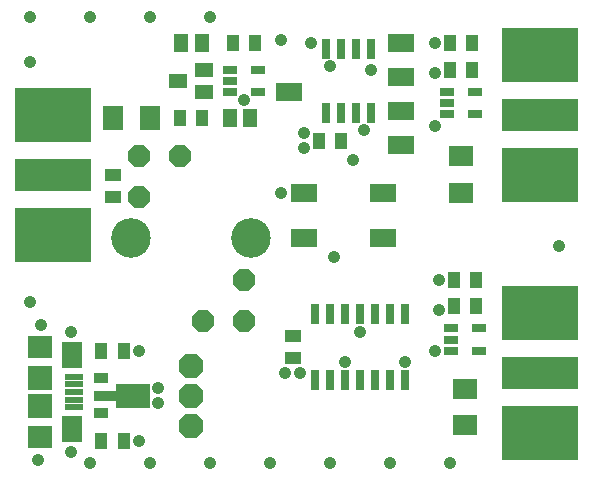
<source format=gts>
G75*
%MOIN*%
%OFA0B0*%
%FSLAX25Y25*%
%IPPOS*%
%LPD*%
%AMOC8*
5,1,8,0,0,1.08239X$1,22.5*
%
%ADD10R,0.04143X0.05718*%
%ADD11R,0.05718X0.04143*%
%ADD12R,0.04537X0.02962*%
%ADD13R,0.03159X0.06506*%
%ADD14R,0.02765X0.06506*%
%ADD15R,0.04931X0.03356*%
%ADD16R,0.18710X0.03356*%
%ADD17R,0.11427X0.08474*%
%ADD18R,0.25600X0.10600*%
%ADD19R,0.25600X0.18100*%
%ADD20R,0.06899X0.08080*%
%ADD21R,0.04931X0.06112*%
%ADD22R,0.08080X0.06899*%
%ADD23OC8,0.07200*%
%ADD24C,0.13198*%
%ADD25R,0.08080X0.07687*%
%ADD26R,0.08080X0.08080*%
%ADD27R,0.06899X0.08868*%
%ADD28R,0.05915X0.02175*%
%ADD29R,0.08500X0.06000*%
%ADD30R,0.06112X0.04537*%
%ADD31OC8,0.08200*%
%ADD32C,0.04165*%
D10*
X0092860Y0019833D03*
X0100340Y0019833D03*
X0100340Y0049833D03*
X0092860Y0049833D03*
X0165360Y0119833D03*
X0172840Y0119833D03*
X0209110Y0143583D03*
X0216590Y0143583D03*
X0216590Y0152333D03*
X0209110Y0152333D03*
X0144090Y0152333D03*
X0136610Y0152333D03*
X0126590Y0127333D03*
X0119110Y0127333D03*
X0210360Y0073583D03*
X0217840Y0073583D03*
X0217840Y0064833D03*
X0210360Y0064833D03*
D11*
X0156600Y0054823D03*
X0156600Y0047343D03*
X0096600Y0101093D03*
X0096600Y0108573D03*
D12*
X0135626Y0136093D03*
X0135626Y0139833D03*
X0135626Y0143573D03*
X0145074Y0143573D03*
X0145074Y0136093D03*
X0208126Y0136073D03*
X0208126Y0132333D03*
X0208126Y0128593D03*
X0217574Y0128593D03*
X0217574Y0136073D03*
X0218824Y0057323D03*
X0209376Y0057323D03*
X0209376Y0053583D03*
X0209376Y0049843D03*
X0218824Y0049843D03*
D13*
X0194100Y0040060D03*
X0189100Y0040060D03*
X0184100Y0040060D03*
X0179100Y0040060D03*
X0174100Y0040060D03*
X0169100Y0040060D03*
X0164100Y0040060D03*
X0164100Y0062107D03*
X0169100Y0062107D03*
X0174100Y0062107D03*
X0179100Y0062107D03*
X0184100Y0062107D03*
X0189100Y0062107D03*
X0194100Y0062107D03*
D14*
X0182850Y0129203D03*
X0177850Y0129203D03*
X0172850Y0129203D03*
X0167850Y0129203D03*
X0167850Y0150463D03*
X0172850Y0150463D03*
X0177850Y0150463D03*
X0182850Y0150463D03*
D15*
X0092850Y0040739D03*
X0092850Y0034833D03*
X0092850Y0028928D03*
D16*
X0099740Y0034833D03*
D17*
X0103283Y0034833D03*
D18*
X0076600Y0108583D03*
X0239100Y0128583D03*
X0239100Y0042333D03*
D19*
X0239100Y0022333D03*
X0239100Y0062333D03*
X0239100Y0108583D03*
X0239100Y0148583D03*
X0076600Y0128583D03*
X0076600Y0088583D03*
D20*
X0096748Y0127333D03*
X0108952Y0127333D03*
D21*
X0135655Y0127333D03*
X0142545Y0127333D03*
X0126295Y0152333D03*
X0119405Y0152333D03*
D22*
X0212850Y0114686D03*
X0212850Y0102481D03*
X0214100Y0037186D03*
X0214100Y0024981D03*
D23*
X0140350Y0059833D03*
X0126600Y0059833D03*
X0140350Y0073583D03*
X0105350Y0101083D03*
X0105350Y0114833D03*
X0119100Y0114833D03*
D24*
X0102850Y0087333D03*
X0142850Y0087333D03*
D25*
X0072309Y0051044D03*
X0072309Y0021123D03*
D26*
X0072309Y0031359D03*
X0072309Y0040808D03*
D27*
X0083135Y0048288D03*
X0083135Y0023878D03*
D28*
X0083628Y0030965D03*
X0083628Y0033524D03*
X0083628Y0036083D03*
X0083628Y0038642D03*
X0083628Y0041201D03*
D29*
X0160350Y0087333D03*
X0160350Y0102333D03*
X0186600Y0102333D03*
X0186600Y0087333D03*
X0192850Y0118583D03*
X0192850Y0129833D03*
X0192850Y0141083D03*
X0192850Y0152333D03*
X0155350Y0136083D03*
D30*
X0127181Y0136093D03*
X0118519Y0139833D03*
X0127181Y0143573D03*
D31*
X0122850Y0044833D03*
X0122850Y0034833D03*
X0122850Y0024833D03*
D32*
X0071600Y0013583D03*
X0082850Y0016083D03*
X0089100Y0012333D03*
X0105350Y0019833D03*
X0109100Y0012333D03*
X0129100Y0012333D03*
X0149100Y0012333D03*
X0169100Y0012333D03*
X0189100Y0012333D03*
X0209100Y0012333D03*
X0231600Y0016083D03*
X0239100Y0016083D03*
X0246600Y0016083D03*
X0246600Y0028583D03*
X0239100Y0028583D03*
X0231600Y0028583D03*
X0204100Y0049833D03*
X0194100Y0046083D03*
X0179100Y0056083D03*
X0174100Y0046083D03*
X0159100Y0042333D03*
X0154100Y0042333D03*
X0111600Y0037333D03*
X0111600Y0032333D03*
X0105350Y0049833D03*
X0082850Y0056083D03*
X0072850Y0058583D03*
X0069100Y0066083D03*
X0069100Y0082333D03*
X0076600Y0082333D03*
X0084100Y0082333D03*
X0084100Y0094833D03*
X0076600Y0094833D03*
X0069100Y0094833D03*
X0069100Y0122333D03*
X0076600Y0122333D03*
X0084100Y0122333D03*
X0084100Y0134833D03*
X0076600Y0134833D03*
X0069100Y0134833D03*
X0069100Y0146083D03*
X0069100Y0161083D03*
X0089100Y0161083D03*
X0109100Y0161083D03*
X0129100Y0161083D03*
X0152850Y0153583D03*
X0162850Y0152333D03*
X0169100Y0144833D03*
X0182850Y0143583D03*
X0204100Y0142333D03*
X0204100Y0152333D03*
X0231600Y0154833D03*
X0239100Y0154833D03*
X0246600Y0154833D03*
X0246600Y0142333D03*
X0239100Y0142333D03*
X0231600Y0142333D03*
X0204100Y0124833D03*
X0180350Y0123583D03*
X0176600Y0113583D03*
X0160350Y0117333D03*
X0160350Y0122333D03*
X0140350Y0133583D03*
X0152850Y0102333D03*
X0170350Y0081083D03*
X0205350Y0073583D03*
X0205350Y0063583D03*
X0231600Y0068583D03*
X0239100Y0068583D03*
X0246600Y0068583D03*
X0246600Y0056083D03*
X0239100Y0056083D03*
X0231600Y0056083D03*
X0245350Y0084833D03*
X0246600Y0102333D03*
X0239100Y0102333D03*
X0231600Y0102333D03*
X0231600Y0114833D03*
X0239100Y0114833D03*
X0246600Y0114833D03*
M02*

</source>
